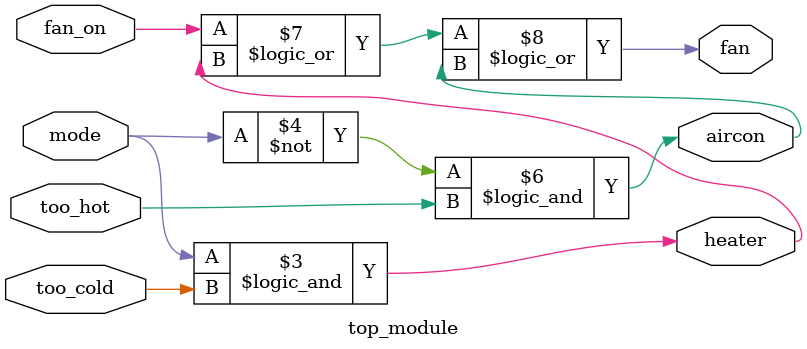
<source format=sv>
module top_module(
    input mode,
    input too_cold,
    input too_hot,
    input fan_on,
    output heater,
    output aircon,
    output fan
);

assign heater = (mode == 1) && (too_cold == 1);
assign aircon = (mode == 0) && (too_hot == 1);
assign fan = fan_on || heater || aircon;

endmodule

</source>
